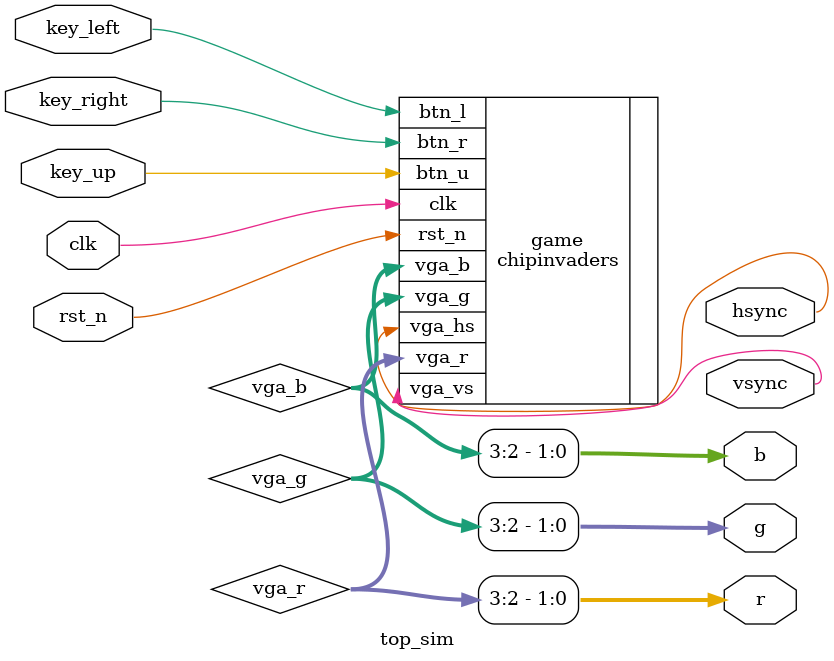
<source format=sv>
module top_sim (
    input logic clk,
    input logic rst_n,

    input logic key_up,
    input logic key_left,
    input logic key_right,

    output logic [1:0] r,
    g,
    b,
    output logic hsync,
    output logic vsync
);

  logic [3:0] vga_r;
  logic [3:0] vga_g;
  logic [3:0] vga_b;

  chipinvaders game (
      .clk(clk),
      .rst_n(rst_n),
      .btn_u(key_up),
      .btn_l(key_left),
      .btn_r(key_right),
      .vga_r(vga_r),
      .vga_g(vga_g),
      .vga_b(vga_b),
      .vga_hs(hsync),
      .vga_vs(vsync)
  );

  assign r = vga_r[3:2];
  assign g = vga_g[3:2];
  assign b = vga_b[3:2];

endmodule

</source>
